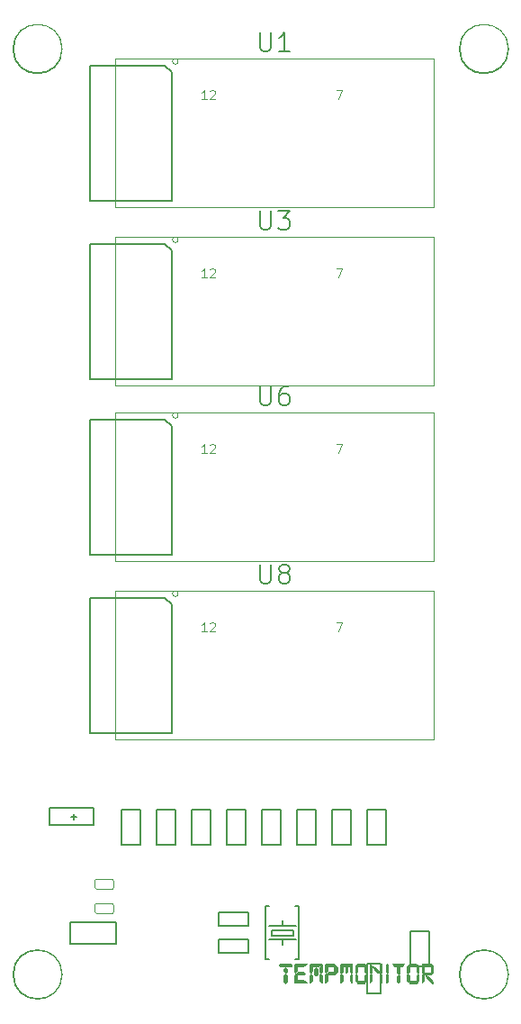
<source format=gto>
G04 #@! TF.FileFunction,Legend,Top*
%FSLAX46Y46*%
G04 Gerber Fmt 4.6, Leading zero omitted, Abs format (unit mm)*
G04 Created by KiCad (PCBNEW 4.0.2-stable) date 16-09-23 19:28:55*
%MOMM*%
G01*
G04 APERTURE LIST*
%ADD10C,0.100000*%
%ADD11C,0.010000*%
%ADD12C,0.127000*%
%ADD13C,0.076200*%
%ADD14C,0.150000*%
%ADD15C,0.152400*%
%ADD16C,0.066040*%
%ADD17C,0.177800*%
%ADD18C,4.464000*%
%ADD19R,2.051000X2.051000*%
%ADD20C,2.051000*%
G04 APERTURE END LIST*
D10*
D11*
G36*
X144439347Y-135050954D02*
X144439347Y-135670647D01*
X144373147Y-135736799D01*
X144306948Y-135802952D01*
X144240795Y-135736753D01*
X144174643Y-135670553D01*
X144174643Y-135115048D01*
X144338943Y-134950672D01*
X144439347Y-135050954D01*
X144439347Y-135050954D01*
G37*
X144439347Y-135050954D02*
X144439347Y-135670647D01*
X144373147Y-135736799D01*
X144306948Y-135802952D01*
X144240795Y-135736753D01*
X144174643Y-135670553D01*
X144174643Y-135115048D01*
X144338943Y-134950672D01*
X144439347Y-135050954D01*
G36*
X151786719Y-135662600D02*
X151833420Y-135711323D01*
X151787741Y-135757137D01*
X151742061Y-135802952D01*
X151113134Y-135802952D01*
X151068321Y-135756398D01*
X151023509Y-135709845D01*
X151069584Y-135661861D01*
X151115658Y-135613877D01*
X151740017Y-135613877D01*
X151786719Y-135662600D01*
X151786719Y-135662600D01*
G37*
X151786719Y-135662600D02*
X151833420Y-135711323D01*
X151787741Y-135757137D01*
X151742061Y-135802952D01*
X151113134Y-135802952D01*
X151068321Y-135756398D01*
X151023509Y-135709845D01*
X151069584Y-135661861D01*
X151115658Y-135613877D01*
X151740017Y-135613877D01*
X151786719Y-135662600D01*
G36*
X153930341Y-134980988D02*
X153965802Y-135017427D01*
X153965802Y-135710547D01*
X153918883Y-135756022D01*
X153905269Y-135769173D01*
X153893044Y-135780898D01*
X153882827Y-135790610D01*
X153875236Y-135797722D01*
X153870891Y-135801650D01*
X153870134Y-135802233D01*
X153867642Y-135800480D01*
X153861673Y-135795161D01*
X153852837Y-135786853D01*
X153841742Y-135776133D01*
X153828997Y-135763578D01*
X153822516Y-135757113D01*
X153776727Y-135711257D01*
X153776727Y-135062598D01*
X153894881Y-134944550D01*
X153930341Y-134980988D01*
X153930341Y-134980988D01*
G37*
X153930341Y-134980988D02*
X153965802Y-135017427D01*
X153965802Y-135710547D01*
X153918883Y-135756022D01*
X153905269Y-135769173D01*
X153893044Y-135780898D01*
X153882827Y-135790610D01*
X153875236Y-135797722D01*
X153870891Y-135801650D01*
X153870134Y-135802233D01*
X153867642Y-135800480D01*
X153861673Y-135795161D01*
X153852837Y-135786853D01*
X153841742Y-135776133D01*
X153828997Y-135763578D01*
X153822516Y-135757113D01*
X153776727Y-135711257D01*
X153776727Y-135062598D01*
X153894881Y-134944550D01*
X153930341Y-134980988D01*
G36*
X154992613Y-135074278D02*
X155027528Y-135109102D01*
X155027528Y-135709770D01*
X154980717Y-135755634D01*
X154967147Y-135768879D01*
X154954950Y-135780691D01*
X154944742Y-135790479D01*
X154937139Y-135797655D01*
X154932757Y-135801631D01*
X154931968Y-135802233D01*
X154929445Y-135800479D01*
X154923447Y-135795159D01*
X154914586Y-135786849D01*
X154903473Y-135776127D01*
X154890717Y-135763570D01*
X154884242Y-135757113D01*
X154838454Y-135711257D01*
X154838454Y-135158590D01*
X154898076Y-135099022D01*
X154957697Y-135039453D01*
X154992613Y-135074278D01*
X154992613Y-135074278D01*
G37*
X154992613Y-135074278D02*
X155027528Y-135109102D01*
X155027528Y-135709770D01*
X154980717Y-135755634D01*
X154967147Y-135768879D01*
X154954950Y-135780691D01*
X154944742Y-135790479D01*
X154937139Y-135797655D01*
X154932757Y-135801631D01*
X154931968Y-135802233D01*
X154929445Y-135800479D01*
X154923447Y-135795159D01*
X154914586Y-135786849D01*
X154903473Y-135776127D01*
X154890717Y-135763570D01*
X154884242Y-135757113D01*
X154838454Y-135711257D01*
X154838454Y-135158590D01*
X154898076Y-135099022D01*
X154957697Y-135039453D01*
X154992613Y-135074278D01*
G36*
X156673873Y-135662258D02*
X156721090Y-135710640D01*
X156628914Y-135802952D01*
X156003376Y-135802952D01*
X155957146Y-135756653D01*
X155910915Y-135710354D01*
X155957153Y-135662116D01*
X156003391Y-135613877D01*
X156626656Y-135613877D01*
X156673873Y-135662258D01*
X156673873Y-135662258D01*
G37*
X156673873Y-135662258D02*
X156721090Y-135710640D01*
X156628914Y-135802952D01*
X156003376Y-135802952D01*
X155957146Y-135756653D01*
X155910915Y-135710354D01*
X155957153Y-135662116D01*
X156003391Y-135613877D01*
X156626656Y-135613877D01*
X156673873Y-135662258D01*
G36*
X157928427Y-135362020D02*
X158235980Y-135671570D01*
X158235980Y-135802952D01*
X158166895Y-135802832D01*
X158097810Y-135802713D01*
X157791655Y-135494785D01*
X157485499Y-135186858D01*
X157485499Y-135052471D01*
X157620875Y-135052471D01*
X157928427Y-135362020D01*
X157928427Y-135362020D01*
G37*
X157928427Y-135362020D02*
X158235980Y-135671570D01*
X158235980Y-135802952D01*
X158166895Y-135802832D01*
X158097810Y-135802713D01*
X157791655Y-135494785D01*
X157485499Y-135186858D01*
X157485499Y-135052471D01*
X157620875Y-135052471D01*
X157928427Y-135362020D01*
G36*
X149698532Y-135062598D02*
X149698532Y-135612456D01*
X149603994Y-135706960D01*
X149509457Y-135801464D01*
X149509519Y-135016110D01*
X149544988Y-134980369D01*
X149580456Y-134944628D01*
X149698532Y-135062598D01*
X149698532Y-135062598D01*
G37*
X149698532Y-135062598D02*
X149698532Y-135612456D01*
X149603994Y-135706960D01*
X149509457Y-135801464D01*
X149509519Y-135016110D01*
X149544988Y-134980369D01*
X149580456Y-134944628D01*
X149698532Y-135062598D01*
G36*
X150545902Y-134980258D02*
X150579761Y-135016110D01*
X150579836Y-135408076D01*
X150579836Y-135455326D01*
X150579819Y-135500946D01*
X150579786Y-135544603D01*
X150579737Y-135585961D01*
X150579674Y-135624684D01*
X150579598Y-135660437D01*
X150579510Y-135692884D01*
X150579410Y-135721689D01*
X150579299Y-135746519D01*
X150579180Y-135767035D01*
X150579051Y-135782905D01*
X150578916Y-135793791D01*
X150578773Y-135799358D01*
X150578702Y-135800043D01*
X150576481Y-135798032D01*
X150570606Y-135792276D01*
X150561488Y-135783190D01*
X150549540Y-135771188D01*
X150535174Y-135756686D01*
X150518801Y-135740098D01*
X150500834Y-135721840D01*
X150485619Y-135706338D01*
X150393745Y-135612634D01*
X150393745Y-135062598D01*
X150452894Y-135003502D01*
X150512042Y-134944406D01*
X150545902Y-134980258D01*
X150545902Y-134980258D01*
G37*
X150545902Y-134980258D02*
X150579761Y-135016110D01*
X150579836Y-135408076D01*
X150579836Y-135455326D01*
X150579819Y-135500946D01*
X150579786Y-135544603D01*
X150579737Y-135585961D01*
X150579674Y-135624684D01*
X150579598Y-135660437D01*
X150579510Y-135692884D01*
X150579410Y-135721689D01*
X150579299Y-135746519D01*
X150579180Y-135767035D01*
X150579051Y-135782905D01*
X150578916Y-135793791D01*
X150578773Y-135799358D01*
X150578702Y-135800043D01*
X150576481Y-135798032D01*
X150570606Y-135792276D01*
X150561488Y-135783190D01*
X150549540Y-135771188D01*
X150535174Y-135756686D01*
X150518801Y-135740098D01*
X150500834Y-135721840D01*
X150485619Y-135706338D01*
X150393745Y-135612634D01*
X150393745Y-135062598D01*
X150452894Y-135003502D01*
X150512042Y-134944406D01*
X150545902Y-134980258D01*
G36*
X152405072Y-135005350D02*
X152464688Y-135065560D01*
X152464840Y-135612456D01*
X152370302Y-135706960D01*
X152275765Y-135801464D01*
X152275943Y-135016110D01*
X152310700Y-134980625D01*
X152345456Y-134945139D01*
X152405072Y-135005350D01*
X152405072Y-135005350D01*
G37*
X152405072Y-135005350D02*
X152464688Y-135065560D01*
X152464840Y-135612456D01*
X152370302Y-135706960D01*
X152275765Y-135801464D01*
X152275943Y-135016110D01*
X152310700Y-134980625D01*
X152345456Y-134945139D01*
X152405072Y-135005350D01*
G36*
X153346239Y-135016820D02*
X153345502Y-135408856D01*
X153344764Y-135800892D01*
X153252408Y-135707103D01*
X153160053Y-135613314D01*
X153160053Y-135062598D01*
X153278325Y-134944432D01*
X153346239Y-135016820D01*
X153346239Y-135016820D01*
G37*
X153346239Y-135016820D02*
X153345502Y-135408856D01*
X153344764Y-135800892D01*
X153252408Y-135707103D01*
X153160053Y-135613314D01*
X153160053Y-135062598D01*
X153278325Y-134944432D01*
X153346239Y-135016820D01*
G36*
X157292823Y-135003781D02*
X157351692Y-135062704D01*
X157351692Y-135612456D01*
X157162618Y-135801464D01*
X157162618Y-135016023D01*
X157198285Y-134980441D01*
X157233953Y-134944859D01*
X157292823Y-135003781D01*
X157292823Y-135003781D01*
G37*
X157292823Y-135003781D02*
X157351692Y-135062704D01*
X157351692Y-135612456D01*
X157162618Y-135801464D01*
X157162618Y-135016023D01*
X157198285Y-134980441D01*
X157233953Y-134944859D01*
X157292823Y-135003781D01*
G36*
X146308253Y-135794225D02*
X145229121Y-135794225D01*
X145361450Y-135661873D01*
X145493778Y-135529521D01*
X146043597Y-135529521D01*
X146308253Y-135794225D01*
X146308253Y-135794225D01*
G37*
X146308253Y-135794225D02*
X145229121Y-135794225D01*
X145361450Y-135661873D01*
X145493778Y-135529521D01*
X146043597Y-135529521D01*
X146308253Y-135794225D01*
G36*
X146796261Y-135034315D02*
X146879865Y-135117957D01*
X146879865Y-135528090D01*
X146747512Y-135660418D01*
X146615160Y-135792747D01*
X146615160Y-135048043D01*
X146663908Y-134999358D01*
X146712656Y-134950674D01*
X146796261Y-135034315D01*
X146796261Y-135034315D01*
G37*
X146796261Y-135034315D02*
X146879865Y-135117957D01*
X146879865Y-135528090D01*
X146747512Y-135660418D01*
X146615160Y-135792747D01*
X146615160Y-135048043D01*
X146663908Y-134999358D01*
X146712656Y-134950674D01*
X146796261Y-135034315D01*
G36*
X147749631Y-135051099D02*
X147748892Y-135421220D01*
X147748154Y-135791341D01*
X147616529Y-135659692D01*
X147484904Y-135528042D01*
X147484904Y-135114972D01*
X147567103Y-135032811D01*
X147649303Y-134950649D01*
X147749631Y-135051099D01*
X147749631Y-135051099D01*
G37*
X147749631Y-135051099D02*
X147748892Y-135421220D01*
X147748154Y-135791341D01*
X147616529Y-135659692D01*
X147484904Y-135528042D01*
X147484904Y-135114972D01*
X147567103Y-135032811D01*
X147649303Y-134950649D01*
X147749631Y-135051099D01*
G36*
X148316832Y-135115048D02*
X148316832Y-135528090D01*
X148184480Y-135660418D01*
X148052128Y-135792747D01*
X148052128Y-135050954D01*
X148152532Y-134950672D01*
X148316832Y-135115048D01*
X148316832Y-135115048D01*
G37*
X148316832Y-135115048D02*
X148316832Y-135528090D01*
X148184480Y-135660418D01*
X148052128Y-135792747D01*
X148052128Y-135050954D01*
X148152532Y-134950672D01*
X148316832Y-135115048D01*
G36*
X145439988Y-135114972D02*
X145439988Y-135478640D01*
X145309091Y-135609514D01*
X145178193Y-135740387D01*
X145178193Y-135048170D01*
X145226890Y-134999409D01*
X145275588Y-134950648D01*
X145439988Y-135114972D01*
X145439988Y-135114972D01*
G37*
X145439988Y-135114972D02*
X145439988Y-135478640D01*
X145309091Y-135609514D01*
X145178193Y-135740387D01*
X145178193Y-135048170D01*
X145226890Y-134999409D01*
X145275588Y-134950648D01*
X145439988Y-135114972D01*
G36*
X151022518Y-135004938D02*
X151083140Y-135065509D01*
X151083140Y-135574672D01*
X150985630Y-135672056D01*
X150938393Y-135624754D01*
X150891157Y-135577452D01*
X150891157Y-135018974D01*
X150961897Y-134944368D01*
X151022518Y-135004938D01*
X151022518Y-135004938D01*
G37*
X151022518Y-135004938D02*
X151083140Y-135065509D01*
X151083140Y-135574672D01*
X150985630Y-135672056D01*
X150938393Y-135624754D01*
X150891157Y-135577452D01*
X150891157Y-135018974D01*
X150961897Y-134944368D01*
X151022518Y-135004938D01*
G36*
X151930384Y-134981762D02*
X151964519Y-135018717D01*
X151964519Y-135577583D01*
X151917106Y-135624930D01*
X151869694Y-135672277D01*
X151775444Y-135576491D01*
X151775444Y-135065509D01*
X151896248Y-134944807D01*
X151930384Y-134981762D01*
X151930384Y-134981762D01*
G37*
X151930384Y-134981762D02*
X151964519Y-135018717D01*
X151964519Y-135577583D01*
X151917106Y-135624930D01*
X151869694Y-135672277D01*
X151775444Y-135576491D01*
X151775444Y-135065509D01*
X151896248Y-134944807D01*
X151930384Y-134981762D01*
G36*
X155909534Y-135005100D02*
X155969993Y-135065509D01*
X155969993Y-135577583D01*
X155922692Y-135624818D01*
X155909135Y-135638285D01*
X155896944Y-135650256D01*
X155886720Y-135660156D01*
X155879061Y-135667405D01*
X155874568Y-135671427D01*
X155873658Y-135672054D01*
X155871216Y-135670065D01*
X155865312Y-135664486D01*
X155856537Y-135655901D01*
X155845484Y-135644891D01*
X155832744Y-135632040D01*
X155824967Y-135624127D01*
X155778009Y-135576199D01*
X155778009Y-135020002D01*
X155813542Y-134982347D01*
X155849074Y-134944692D01*
X155909534Y-135005100D01*
X155909534Y-135005100D01*
G37*
X155909534Y-135005100D02*
X155969993Y-135065509D01*
X155969993Y-135577583D01*
X155922692Y-135624818D01*
X155909135Y-135638285D01*
X155896944Y-135650256D01*
X155886720Y-135660156D01*
X155879061Y-135667405D01*
X155874568Y-135671427D01*
X155873658Y-135672054D01*
X155871216Y-135670065D01*
X155865312Y-135664486D01*
X155856537Y-135655901D01*
X155845484Y-135644891D01*
X155832744Y-135632040D01*
X155824967Y-135624127D01*
X155778009Y-135576199D01*
X155778009Y-135020002D01*
X155813542Y-134982347D01*
X155849074Y-134944692D01*
X155909534Y-135005100D01*
G36*
X156851372Y-135017539D02*
X156851372Y-135576655D01*
X156805979Y-135623627D01*
X156792779Y-135637224D01*
X156780888Y-135649353D01*
X156770913Y-135659404D01*
X156763459Y-135666770D01*
X156759133Y-135670842D01*
X156758342Y-135671450D01*
X156755771Y-135669688D01*
X156749801Y-135664283D01*
X156741032Y-135655818D01*
X156730061Y-135644877D01*
X156717488Y-135632044D01*
X156710651Y-135624958D01*
X156665206Y-135577616D01*
X156665206Y-135062598D01*
X156724285Y-135003572D01*
X156783364Y-134944545D01*
X156851372Y-135017539D01*
X156851372Y-135017539D01*
G37*
X156851372Y-135017539D02*
X156851372Y-135576655D01*
X156805979Y-135623627D01*
X156792779Y-135637224D01*
X156780888Y-135649353D01*
X156770913Y-135659404D01*
X156763459Y-135666770D01*
X156759133Y-135670842D01*
X156758342Y-135671450D01*
X156755771Y-135669688D01*
X156749801Y-135664283D01*
X156741032Y-135655818D01*
X156730061Y-135644877D01*
X156717488Y-135632044D01*
X156710651Y-135624958D01*
X156665206Y-135577616D01*
X156665206Y-135062598D01*
X156724285Y-135003572D01*
X156783364Y-134944545D01*
X156851372Y-135017539D01*
G36*
X147324917Y-134463382D02*
X147324917Y-134988948D01*
X147260196Y-135055592D01*
X147244399Y-135071813D01*
X147229905Y-135086609D01*
X147217207Y-135099484D01*
X147206798Y-135109942D01*
X147199171Y-135117486D01*
X147194819Y-135121619D01*
X147193996Y-135122260D01*
X147191661Y-135120283D01*
X147185716Y-135114663D01*
X147176653Y-135105882D01*
X147164965Y-135094421D01*
X147151145Y-135080763D01*
X147135683Y-135065390D01*
X147124911Y-135054630D01*
X147057304Y-134986976D01*
X147057304Y-134466277D01*
X147107482Y-134416827D01*
X147122744Y-134401810D01*
X147137770Y-134387072D01*
X147151691Y-134373461D01*
X147163636Y-134361827D01*
X147172736Y-134353020D01*
X147175873Y-134350012D01*
X147194087Y-134332648D01*
X147324917Y-134463382D01*
X147324917Y-134463382D01*
G37*
X147324917Y-134463382D02*
X147324917Y-134988948D01*
X147260196Y-135055592D01*
X147244399Y-135071813D01*
X147229905Y-135086609D01*
X147217207Y-135099484D01*
X147206798Y-135109942D01*
X147199171Y-135117486D01*
X147194819Y-135121619D01*
X147193996Y-135122260D01*
X147191661Y-135120283D01*
X147185716Y-135114663D01*
X147176653Y-135105882D01*
X147164965Y-135094421D01*
X147151145Y-135080763D01*
X147135683Y-135065390D01*
X147124911Y-135054630D01*
X147057304Y-134986976D01*
X147057304Y-134466277D01*
X147107482Y-134416827D01*
X147122744Y-134401810D01*
X147137770Y-134387072D01*
X147151691Y-134373461D01*
X147163636Y-134361827D01*
X147172736Y-134353020D01*
X147175873Y-134350012D01*
X147194087Y-134332648D01*
X147324917Y-134463382D01*
G36*
X146095229Y-134830695D02*
X146161381Y-134896895D01*
X146095182Y-134963047D01*
X146028982Y-135029200D01*
X145461757Y-135029200D01*
X145395605Y-134963000D01*
X145329452Y-134896801D01*
X145395652Y-134830648D01*
X145461851Y-134764495D01*
X146029076Y-134764495D01*
X146095229Y-134830695D01*
X146095229Y-134830695D01*
G37*
X146095229Y-134830695D02*
X146161381Y-134896895D01*
X146095182Y-134963047D01*
X146028982Y-135029200D01*
X145461757Y-135029200D01*
X145395605Y-134963000D01*
X145329452Y-134896801D01*
X145395652Y-134830648D01*
X145461851Y-134764495D01*
X146029076Y-134764495D01*
X146095229Y-134830695D01*
G36*
X148972073Y-134830695D02*
X149038225Y-134896895D01*
X148972026Y-134963047D01*
X148905826Y-135029200D01*
X148335691Y-135029200D01*
X148270290Y-134963751D01*
X148204890Y-134898302D01*
X148271745Y-134831398D01*
X148338601Y-134764495D01*
X148905920Y-134764495D01*
X148972073Y-134830695D01*
X148972073Y-134830695D01*
G37*
X148972073Y-134830695D02*
X149038225Y-134896895D01*
X148972026Y-134963047D01*
X148905826Y-135029200D01*
X148335691Y-135029200D01*
X148270290Y-134963751D01*
X148204890Y-134898302D01*
X148271745Y-134831398D01*
X148338601Y-134764495D01*
X148905920Y-134764495D01*
X148972073Y-134830695D01*
G36*
X158033816Y-134814190D02*
X158081766Y-134861088D01*
X158129717Y-134907986D01*
X158081766Y-134954020D01*
X158033816Y-135000054D01*
X157697810Y-135000083D01*
X157361805Y-135000112D01*
X157316025Y-134954264D01*
X157270245Y-134908417D01*
X157317546Y-134861181D01*
X157364846Y-134813946D01*
X158033816Y-134814190D01*
X158033816Y-134814190D01*
G37*
X158033816Y-134814190D02*
X158081766Y-134861088D01*
X158129717Y-134907986D01*
X158081766Y-134954020D01*
X158033816Y-135000054D01*
X157697810Y-135000083D01*
X157361805Y-135000112D01*
X157316025Y-134954264D01*
X157270245Y-134908417D01*
X157317546Y-134861181D01*
X157364846Y-134813946D01*
X158033816Y-134814190D01*
G36*
X154979270Y-134286265D02*
X155027484Y-134332533D01*
X155027506Y-134614758D01*
X155027528Y-134896984D01*
X155004985Y-134918764D01*
X154993970Y-134929347D01*
X154982889Y-134939895D01*
X154973395Y-134948840D01*
X154969352Y-134952596D01*
X154956262Y-134964648D01*
X154838454Y-134850026D01*
X154838454Y-134332464D01*
X154931056Y-134239998D01*
X154979270Y-134286265D01*
X154979270Y-134286265D01*
G37*
X154979270Y-134286265D02*
X155027484Y-134332533D01*
X155027506Y-134614758D01*
X155027528Y-134896984D01*
X155004985Y-134918764D01*
X154993970Y-134929347D01*
X154982889Y-134939895D01*
X154973395Y-134948840D01*
X154969352Y-134952596D01*
X154956262Y-134964648D01*
X154838454Y-134850026D01*
X154838454Y-134332464D01*
X154931056Y-134239998D01*
X154979270Y-134286265D01*
G36*
X149603973Y-134142073D02*
X149698489Y-134236541D01*
X149698510Y-134494000D01*
X149698532Y-134751459D01*
X149639602Y-134810336D01*
X149624437Y-134825438D01*
X149610616Y-134839107D01*
X149598669Y-134850826D01*
X149589125Y-134860080D01*
X149582515Y-134866352D01*
X149579369Y-134869124D01*
X149579198Y-134869214D01*
X149576757Y-134867258D01*
X149570937Y-134861844D01*
X149562446Y-134853655D01*
X149551993Y-134843370D01*
X149543590Y-134834991D01*
X149509457Y-134800769D01*
X149509457Y-134047606D01*
X149603973Y-134142073D01*
X149603973Y-134142073D01*
G37*
X149603973Y-134142073D02*
X149698489Y-134236541D01*
X149698510Y-134494000D01*
X149698532Y-134751459D01*
X149639602Y-134810336D01*
X149624437Y-134825438D01*
X149610616Y-134839107D01*
X149598669Y-134850826D01*
X149589125Y-134860080D01*
X149582515Y-134866352D01*
X149579369Y-134869124D01*
X149579198Y-134869214D01*
X149576757Y-134867258D01*
X149570937Y-134861844D01*
X149562446Y-134853655D01*
X149551993Y-134843370D01*
X149543590Y-134834991D01*
X149509457Y-134800769D01*
X149509457Y-134047606D01*
X149603973Y-134142073D01*
G36*
X150140676Y-134346125D02*
X150140676Y-134774742D01*
X150093375Y-134821978D01*
X150079821Y-134835444D01*
X150067637Y-134847415D01*
X150057424Y-134857314D01*
X150049778Y-134864563D01*
X150045299Y-134868586D01*
X150044398Y-134869214D01*
X150041968Y-134867229D01*
X150036067Y-134861663D01*
X150027288Y-134853097D01*
X150016223Y-134842114D01*
X150003465Y-134829293D01*
X149995707Y-134821432D01*
X149948692Y-134773651D01*
X149948692Y-134347011D01*
X150043438Y-134252395D01*
X150140676Y-134346125D01*
X150140676Y-134346125D01*
G37*
X150140676Y-134346125D02*
X150140676Y-134774742D01*
X150093375Y-134821978D01*
X150079821Y-134835444D01*
X150067637Y-134847415D01*
X150057424Y-134857314D01*
X150049778Y-134864563D01*
X150045299Y-134868586D01*
X150044398Y-134869214D01*
X150041968Y-134867229D01*
X150036067Y-134861663D01*
X150027288Y-134853097D01*
X150016223Y-134842114D01*
X150003465Y-134829293D01*
X149995707Y-134821432D01*
X149948692Y-134773651D01*
X149948692Y-134347011D01*
X150043438Y-134252395D01*
X150140676Y-134346125D01*
G36*
X150579911Y-134799909D02*
X150547435Y-134834562D01*
X150536445Y-134846182D01*
X150526830Y-134856144D01*
X150519291Y-134863739D01*
X150514528Y-134868259D01*
X150513230Y-134869214D01*
X150510810Y-134867235D01*
X150504823Y-134861645D01*
X150495802Y-134852961D01*
X150484279Y-134841700D01*
X150470785Y-134828379D01*
X150455854Y-134813516D01*
X150452622Y-134810284D01*
X150393745Y-134751354D01*
X150393745Y-134236507D01*
X150579911Y-134050409D01*
X150579911Y-134799909D01*
X150579911Y-134799909D01*
G37*
X150579911Y-134799909D02*
X150547435Y-134834562D01*
X150536445Y-134846182D01*
X150526830Y-134856144D01*
X150519291Y-134863739D01*
X150514528Y-134868259D01*
X150513230Y-134869214D01*
X150510810Y-134867235D01*
X150504823Y-134861645D01*
X150495802Y-134852961D01*
X150484279Y-134841700D01*
X150470785Y-134828379D01*
X150455854Y-134813516D01*
X150452622Y-134810284D01*
X150393745Y-134751354D01*
X150393745Y-134236507D01*
X150579911Y-134050409D01*
X150579911Y-134799909D01*
G36*
X151083140Y-134239385D02*
X151083140Y-134748549D01*
X151022747Y-134808890D01*
X150962354Y-134869232D01*
X150926755Y-134833548D01*
X150891157Y-134797863D01*
X150891157Y-134239090D01*
X150938167Y-134190321D01*
X150985178Y-134141551D01*
X151083140Y-134239385D01*
X151083140Y-134239385D01*
G37*
X151083140Y-134239385D02*
X151083140Y-134748549D01*
X151022747Y-134808890D01*
X150962354Y-134869232D01*
X150926755Y-134833548D01*
X150891157Y-134797863D01*
X150891157Y-134239090D01*
X150938167Y-134190321D01*
X150985178Y-134141551D01*
X151083140Y-134239385D01*
G36*
X151917250Y-134190097D02*
X151964519Y-134239018D01*
X151964519Y-134799966D01*
X151896161Y-134869490D01*
X151835803Y-134809329D01*
X151775444Y-134749167D01*
X151775444Y-134240195D01*
X151869982Y-134141175D01*
X151917250Y-134190097D01*
X151917250Y-134190097D01*
G37*
X151917250Y-134190097D02*
X151964519Y-134239018D01*
X151964519Y-134799966D01*
X151896161Y-134869490D01*
X151835803Y-134809329D01*
X151775444Y-134749167D01*
X151775444Y-134240195D01*
X151869982Y-134141175D01*
X151917250Y-134190097D01*
G36*
X152370302Y-134107097D02*
X152464840Y-134201601D01*
X152464840Y-134751459D01*
X152405910Y-134810336D01*
X152390745Y-134825438D01*
X152376924Y-134839107D01*
X152364977Y-134850826D01*
X152355433Y-134860080D01*
X152348823Y-134866352D01*
X152345676Y-134869124D01*
X152345506Y-134869214D01*
X152343065Y-134867258D01*
X152337244Y-134861844D01*
X152328753Y-134853655D01*
X152318300Y-134843370D01*
X152309898Y-134834991D01*
X152275765Y-134800769D01*
X152275765Y-134012594D01*
X152370302Y-134107097D01*
X152370302Y-134107097D01*
G37*
X152370302Y-134107097D02*
X152464840Y-134201601D01*
X152464840Y-134751459D01*
X152405910Y-134810336D01*
X152390745Y-134825438D01*
X152376924Y-134839107D01*
X152364977Y-134850826D01*
X152355433Y-134860080D01*
X152348823Y-134866352D01*
X152345676Y-134869124D01*
X152345506Y-134869214D01*
X152343065Y-134867258D01*
X152337244Y-134861844D01*
X152328753Y-134853655D01*
X152318300Y-134843370D01*
X152309898Y-134834991D01*
X152275765Y-134800769D01*
X152275765Y-134012594D01*
X152370302Y-134107097D01*
G36*
X153346218Y-134799860D02*
X153313494Y-134834505D01*
X153302456Y-134846102D01*
X153292824Y-134856054D01*
X153285294Y-134863654D01*
X153280561Y-134868198D01*
X153279288Y-134869183D01*
X153276933Y-134867213D01*
X153271007Y-134861633D01*
X153262040Y-134852959D01*
X153250561Y-134841708D01*
X153237100Y-134828396D01*
X153222186Y-134813540D01*
X153218930Y-134810284D01*
X153160053Y-134751354D01*
X153160207Y-134476494D01*
X153160360Y-134201635D01*
X153253256Y-134107097D01*
X153346152Y-134012560D01*
X153346218Y-134799860D01*
X153346218Y-134799860D01*
G37*
X153346218Y-134799860D02*
X153313494Y-134834505D01*
X153302456Y-134846102D01*
X153292824Y-134856054D01*
X153285294Y-134863654D01*
X153280561Y-134868198D01*
X153279288Y-134869183D01*
X153276933Y-134867213D01*
X153271007Y-134861633D01*
X153262040Y-134852959D01*
X153250561Y-134841708D01*
X153237100Y-134828396D01*
X153222186Y-134813540D01*
X153218930Y-134810284D01*
X153160053Y-134751354D01*
X153160207Y-134476494D01*
X153160360Y-134201635D01*
X153253256Y-134107097D01*
X153346152Y-134012560D01*
X153346218Y-134799860D01*
G36*
X153917640Y-134057658D02*
X153965802Y-134105266D01*
X153965802Y-134800769D01*
X153931668Y-134834991D01*
X153920232Y-134846369D01*
X153910239Y-134856146D01*
X153902399Y-134863640D01*
X153897422Y-134868170D01*
X153896008Y-134869214D01*
X153893641Y-134867236D01*
X153887704Y-134861648D01*
X153878726Y-134852967D01*
X153867239Y-134841709D01*
X153853771Y-134828393D01*
X153838854Y-134813534D01*
X153835604Y-134810284D01*
X153776727Y-134751354D01*
X153776727Y-134102666D01*
X153823102Y-134056358D01*
X153869478Y-134010051D01*
X153917640Y-134057658D01*
X153917640Y-134057658D01*
G37*
X153917640Y-134057658D02*
X153965802Y-134105266D01*
X153965802Y-134800769D01*
X153931668Y-134834991D01*
X153920232Y-134846369D01*
X153910239Y-134856146D01*
X153902399Y-134863640D01*
X153897422Y-134868170D01*
X153896008Y-134869214D01*
X153893641Y-134867236D01*
X153887704Y-134861648D01*
X153878726Y-134852967D01*
X153867239Y-134841709D01*
X153853771Y-134828393D01*
X153838854Y-134813534D01*
X153835604Y-134810284D01*
X153776727Y-134751354D01*
X153776727Y-134102666D01*
X153823102Y-134056358D01*
X153869478Y-134010051D01*
X153917640Y-134057658D01*
G36*
X155921079Y-134190535D02*
X155969993Y-134239385D01*
X155969993Y-134751459D01*
X155911063Y-134810336D01*
X155895898Y-134825438D01*
X155882078Y-134839107D01*
X155870131Y-134850826D01*
X155860588Y-134860080D01*
X155853978Y-134866352D01*
X155850832Y-134869124D01*
X155850661Y-134869214D01*
X155848228Y-134867256D01*
X155842398Y-134861828D01*
X155833865Y-134853596D01*
X155823320Y-134843227D01*
X155813599Y-134833538D01*
X155778009Y-134797863D01*
X155778009Y-134240276D01*
X155825088Y-134190981D01*
X155872166Y-134141685D01*
X155921079Y-134190535D01*
X155921079Y-134190535D01*
G37*
X155921079Y-134190535D02*
X155969993Y-134239385D01*
X155969993Y-134751459D01*
X155911063Y-134810336D01*
X155895898Y-134825438D01*
X155882078Y-134839107D01*
X155870131Y-134850826D01*
X155860588Y-134860080D01*
X155853978Y-134866352D01*
X155850832Y-134869124D01*
X155850661Y-134869214D01*
X155848228Y-134867256D01*
X155842398Y-134861828D01*
X155833865Y-134853596D01*
X155823320Y-134843227D01*
X155813599Y-134833538D01*
X155778009Y-134797863D01*
X155778009Y-134240276D01*
X155825088Y-134190981D01*
X155872166Y-134141685D01*
X155921079Y-134190535D01*
G36*
X156804103Y-134189340D02*
X156851372Y-134236475D01*
X156851340Y-134518665D01*
X156851307Y-134800856D01*
X156817411Y-134835035D01*
X156806125Y-134846399D01*
X156796397Y-134856164D01*
X156788908Y-134863648D01*
X156784339Y-134868172D01*
X156783238Y-134869214D01*
X156781196Y-134867241D01*
X156775561Y-134861665D01*
X156766851Y-134853002D01*
X156755582Y-134841768D01*
X156742273Y-134828476D01*
X156727440Y-134813643D01*
X156724083Y-134810284D01*
X156665206Y-134751354D01*
X156665206Y-134237508D01*
X156711020Y-134189857D01*
X156756835Y-134142205D01*
X156804103Y-134189340D01*
X156804103Y-134189340D01*
G37*
X156804103Y-134189340D02*
X156851372Y-134236475D01*
X156851340Y-134518665D01*
X156851307Y-134800856D01*
X156817411Y-134835035D01*
X156806125Y-134846399D01*
X156796397Y-134856164D01*
X156788908Y-134863648D01*
X156784339Y-134868172D01*
X156783238Y-134869214D01*
X156781196Y-134867241D01*
X156775561Y-134861665D01*
X156766851Y-134853002D01*
X156755582Y-134841768D01*
X156742273Y-134828476D01*
X156727440Y-134813643D01*
X156724083Y-134810284D01*
X156665206Y-134751354D01*
X156665206Y-134237508D01*
X156711020Y-134189857D01*
X156756835Y-134142205D01*
X156804103Y-134189340D01*
G36*
X157257155Y-134142003D02*
X157351692Y-134236507D01*
X157351692Y-134751459D01*
X157292762Y-134810336D01*
X157277598Y-134825438D01*
X157263777Y-134839107D01*
X157251830Y-134850826D01*
X157242286Y-134860080D01*
X157235676Y-134866352D01*
X157232529Y-134869124D01*
X157232359Y-134869214D01*
X157229918Y-134867258D01*
X157224097Y-134861844D01*
X157215606Y-134853655D01*
X157205153Y-134843370D01*
X157196751Y-134834991D01*
X157162618Y-134800769D01*
X157162618Y-134047500D01*
X157257155Y-134142003D01*
X157257155Y-134142003D01*
G37*
X157257155Y-134142003D02*
X157351692Y-134236507D01*
X157351692Y-134751459D01*
X157292762Y-134810336D01*
X157277598Y-134825438D01*
X157263777Y-134839107D01*
X157251830Y-134850826D01*
X157242286Y-134860080D01*
X157235676Y-134866352D01*
X157232529Y-134869124D01*
X157232359Y-134869214D01*
X157229918Y-134867258D01*
X157224097Y-134861844D01*
X157215606Y-134853655D01*
X157205153Y-134843370D01*
X157196751Y-134834991D01*
X157162618Y-134800769D01*
X157162618Y-134047500D01*
X157257155Y-134142003D01*
G36*
X158188421Y-134190552D02*
X158235679Y-134239450D01*
X158235755Y-134518698D01*
X158235831Y-134797947D01*
X158202177Y-134833580D01*
X158190946Y-134845356D01*
X158181073Y-134855491D01*
X158173252Y-134863287D01*
X158168179Y-134868051D01*
X158166592Y-134869214D01*
X158164119Y-134867235D01*
X158158083Y-134861643D01*
X158149019Y-134852955D01*
X158137461Y-134841691D01*
X158123942Y-134828366D01*
X158108997Y-134813498D01*
X158105783Y-134810284D01*
X158046906Y-134751354D01*
X158046906Y-134237858D01*
X158141164Y-134141654D01*
X158188421Y-134190552D01*
X158188421Y-134190552D01*
G37*
X158188421Y-134190552D02*
X158235679Y-134239450D01*
X158235755Y-134518698D01*
X158235831Y-134797947D01*
X158202177Y-134833580D01*
X158190946Y-134845356D01*
X158181073Y-134855491D01*
X158173252Y-134863287D01*
X158168179Y-134868051D01*
X158166592Y-134869214D01*
X158164119Y-134867235D01*
X158158083Y-134861643D01*
X158149019Y-134852955D01*
X158137461Y-134841691D01*
X158123942Y-134828366D01*
X158108997Y-134813498D01*
X158105783Y-134810284D01*
X158046906Y-134751354D01*
X158046906Y-134237858D01*
X158141164Y-134141654D01*
X158188421Y-134190552D01*
G36*
X144373194Y-134408913D02*
X144439347Y-134475112D01*
X144439347Y-134744900D01*
X144390797Y-134794694D01*
X144377137Y-134808665D01*
X144364821Y-134821184D01*
X144354431Y-134831669D01*
X144346546Y-134839535D01*
X144341746Y-134844198D01*
X144340548Y-134845240D01*
X144338216Y-134843391D01*
X144332273Y-134837801D01*
X144323156Y-134828905D01*
X144311301Y-134817137D01*
X144297148Y-134802933D01*
X144281132Y-134786729D01*
X144263692Y-134768959D01*
X144256746Y-134761849D01*
X144174643Y-134677706D01*
X144174643Y-134475018D01*
X144240842Y-134408866D01*
X144307042Y-134342713D01*
X144373194Y-134408913D01*
X144373194Y-134408913D01*
G37*
X144373194Y-134408913D02*
X144439347Y-134475112D01*
X144439347Y-134744900D01*
X144390797Y-134794694D01*
X144377137Y-134808665D01*
X144364821Y-134821184D01*
X144354431Y-134831669D01*
X144346546Y-134839535D01*
X144341746Y-134844198D01*
X144340548Y-134845240D01*
X144338216Y-134843391D01*
X144332273Y-134837801D01*
X144323156Y-134828905D01*
X144311301Y-134817137D01*
X144297148Y-134802933D01*
X144281132Y-134786729D01*
X144263692Y-134768959D01*
X144256746Y-134761849D01*
X144174643Y-134677706D01*
X144174643Y-134475018D01*
X144240842Y-134408866D01*
X144307042Y-134342713D01*
X144373194Y-134408913D01*
G36*
X145309091Y-134187090D02*
X145439988Y-134317964D01*
X145439988Y-134680312D01*
X145357770Y-134763443D01*
X145275552Y-134846575D01*
X145226872Y-134796759D01*
X145178193Y-134746944D01*
X145178193Y-134056217D01*
X145309091Y-134187090D01*
X145309091Y-134187090D01*
G37*
X145309091Y-134187090D02*
X145439988Y-134317964D01*
X145439988Y-134680312D01*
X145357770Y-134763443D01*
X145275552Y-134846575D01*
X145226872Y-134796759D01*
X145178193Y-134746944D01*
X145178193Y-134056217D01*
X145309091Y-134187090D01*
G36*
X146747512Y-134185636D02*
X146879865Y-134317964D01*
X146879865Y-134677924D01*
X146797957Y-134761206D01*
X146780053Y-134779384D01*
X146763410Y-134796231D01*
X146748472Y-134811302D01*
X146735681Y-134824152D01*
X146725480Y-134834338D01*
X146718312Y-134841414D01*
X146714619Y-134844937D01*
X146714229Y-134845249D01*
X146711797Y-134843452D01*
X146705933Y-134837997D01*
X146697209Y-134829452D01*
X146686196Y-134818379D01*
X146673464Y-134805346D01*
X146663785Y-134795306D01*
X146615160Y-134744604D01*
X146615160Y-134053308D01*
X146747512Y-134185636D01*
X146747512Y-134185636D01*
G37*
X146747512Y-134185636D02*
X146879865Y-134317964D01*
X146879865Y-134677924D01*
X146797957Y-134761206D01*
X146780053Y-134779384D01*
X146763410Y-134796231D01*
X146748472Y-134811302D01*
X146735681Y-134824152D01*
X146725480Y-134834338D01*
X146718312Y-134841414D01*
X146714619Y-134844937D01*
X146714229Y-134845249D01*
X146711797Y-134843452D01*
X146705933Y-134837997D01*
X146697209Y-134829452D01*
X146686196Y-134818379D01*
X146673464Y-134805346D01*
X146663785Y-134795306D01*
X146615160Y-134744604D01*
X146615160Y-134053308D01*
X146747512Y-134185636D01*
G36*
X147749608Y-134745650D02*
X147699188Y-134796008D01*
X147648768Y-134846367D01*
X147485054Y-134678685D01*
X147484979Y-134498324D01*
X147484904Y-134317964D01*
X147749608Y-134053308D01*
X147749608Y-134745650D01*
X147749608Y-134745650D01*
G37*
X147749608Y-134745650D02*
X147699188Y-134796008D01*
X147648768Y-134846367D01*
X147485054Y-134678685D01*
X147484979Y-134498324D01*
X147484904Y-134317964D01*
X147749608Y-134053308D01*
X147749608Y-134745650D01*
G36*
X148316832Y-134317964D02*
X148316821Y-134498324D01*
X148316809Y-134678685D01*
X148234646Y-134762554D01*
X148152483Y-134846422D01*
X148102305Y-134795975D01*
X148052128Y-134745527D01*
X148052128Y-134053308D01*
X148316832Y-134317964D01*
X148316832Y-134317964D01*
G37*
X148316832Y-134317964D02*
X148316821Y-134498324D01*
X148316809Y-134678685D01*
X148234646Y-134762554D01*
X148152483Y-134846422D01*
X148102305Y-134795975D01*
X148052128Y-134745527D01*
X148052128Y-134053308D01*
X148316832Y-134317964D01*
G36*
X149120423Y-134251835D02*
X149186576Y-134318035D01*
X149186576Y-134744674D01*
X149138115Y-134795308D01*
X149124546Y-134809403D01*
X149112300Y-134821964D01*
X149101950Y-134832419D01*
X149094065Y-134840194D01*
X149089217Y-134844718D01*
X149087938Y-134845644D01*
X149085591Y-134843573D01*
X149079615Y-134837785D01*
X149070451Y-134828723D01*
X149058538Y-134816826D01*
X149044318Y-134802537D01*
X149028233Y-134786294D01*
X149010721Y-134768540D01*
X149004046Y-134761755D01*
X148921871Y-134678163D01*
X148921871Y-134317941D01*
X148988071Y-134251788D01*
X149054270Y-134185636D01*
X149120423Y-134251835D01*
X149120423Y-134251835D01*
G37*
X149120423Y-134251835D02*
X149186576Y-134318035D01*
X149186576Y-134744674D01*
X149138115Y-134795308D01*
X149124546Y-134809403D01*
X149112300Y-134821964D01*
X149101950Y-134832419D01*
X149094065Y-134840194D01*
X149089217Y-134844718D01*
X149087938Y-134845644D01*
X149085591Y-134843573D01*
X149079615Y-134837785D01*
X149070451Y-134828723D01*
X149058538Y-134816826D01*
X149044318Y-134802537D01*
X149028233Y-134786294D01*
X149010721Y-134768540D01*
X149004046Y-134761755D01*
X148921871Y-134678163D01*
X148921871Y-134317941D01*
X148988071Y-134251788D01*
X149054270Y-134185636D01*
X149120423Y-134251835D01*
G36*
X152877260Y-134436524D02*
X153110569Y-134669958D01*
X153110585Y-134737589D01*
X153110602Y-134805219D01*
X152978250Y-134805079D01*
X152511088Y-134341259D01*
X152511235Y-134272174D01*
X152511381Y-134203089D01*
X152643952Y-134203089D01*
X152877260Y-134436524D01*
X152877260Y-134436524D01*
G37*
X152877260Y-134436524D02*
X153110569Y-134669958D01*
X153110585Y-134737589D01*
X153110602Y-134805219D01*
X152978250Y-134805079D01*
X152511088Y-134341259D01*
X152511235Y-134272174D01*
X152511381Y-134203089D01*
X152643952Y-134203089D01*
X152877260Y-134436524D01*
G36*
X144865492Y-134066374D02*
X144932348Y-134133277D01*
X144865492Y-134200180D01*
X144798636Y-134267084D01*
X143811585Y-134267084D01*
X143679863Y-134132146D01*
X143746154Y-134065808D01*
X143812444Y-133999470D01*
X144798636Y-133999470D01*
X144865492Y-134066374D01*
X144865492Y-134066374D01*
G37*
X144865492Y-134066374D02*
X144932348Y-134133277D01*
X144865492Y-134200180D01*
X144798636Y-134267084D01*
X143811585Y-134267084D01*
X143679863Y-134132146D01*
X143746154Y-134065808D01*
X143812444Y-133999470D01*
X144798636Y-133999470D01*
X144865492Y-134066374D01*
G36*
X146043597Y-134267084D02*
X145493760Y-134267084D01*
X145419602Y-134192181D01*
X145399134Y-134171502D01*
X145376963Y-134149093D01*
X145354172Y-134126048D01*
X145331843Y-134103462D01*
X145311058Y-134082432D01*
X145292902Y-134064050D01*
X145287298Y-134058374D01*
X145229152Y-133999470D01*
X146311163Y-133999470D01*
X146043597Y-134267084D01*
X146043597Y-134267084D01*
G37*
X146043597Y-134267084D02*
X145493760Y-134267084D01*
X145419602Y-134192181D01*
X145399134Y-134171502D01*
X145376963Y-134149093D01*
X145354172Y-134126048D01*
X145331843Y-134103462D01*
X145311058Y-134082432D01*
X145292902Y-134064050D01*
X145287298Y-134058374D01*
X145229152Y-133999470D01*
X146311163Y-133999470D01*
X146043597Y-134267084D01*
G36*
X147660860Y-134038012D02*
X147650645Y-134048410D01*
X147636981Y-134062277D01*
X147620516Y-134078955D01*
X147601903Y-134097788D01*
X147581790Y-134118115D01*
X147560828Y-134139282D01*
X147539668Y-134160628D01*
X147528566Y-134171819D01*
X147434032Y-134267084D01*
X147182401Y-134266793D01*
X146930769Y-134266503D01*
X146798689Y-134132987D01*
X146666608Y-133999470D01*
X147698620Y-133999470D01*
X147660860Y-134038012D01*
X147660860Y-134038012D01*
G37*
X147660860Y-134038012D02*
X147650645Y-134048410D01*
X147636981Y-134062277D01*
X147620516Y-134078955D01*
X147601903Y-134097788D01*
X147581790Y-134118115D01*
X147560828Y-134139282D01*
X147539668Y-134160628D01*
X147528566Y-134171819D01*
X147434032Y-134267084D01*
X147182401Y-134266793D01*
X146930769Y-134266503D01*
X146798689Y-134132987D01*
X146666608Y-133999470D01*
X147698620Y-133999470D01*
X147660860Y-134038012D01*
G36*
X148937782Y-134066302D02*
X149004636Y-134133155D01*
X148939255Y-134199715D01*
X148873875Y-134266276D01*
X148621839Y-134266680D01*
X148369802Y-134267084D01*
X148238178Y-134134004D01*
X148106554Y-134000925D01*
X148488742Y-134000187D01*
X148870929Y-133999449D01*
X148937782Y-134066302D01*
X148937782Y-134066302D01*
G37*
X148937782Y-134066302D02*
X149004636Y-134133155D01*
X148939255Y-134199715D01*
X148873875Y-134266276D01*
X148621839Y-134266680D01*
X148369802Y-134267084D01*
X148238178Y-134134004D01*
X148106554Y-134000925D01*
X148488742Y-134000187D01*
X148870929Y-133999449D01*
X148937782Y-134066302D01*
G36*
X150450445Y-134105643D02*
X150358114Y-134200180D01*
X149731681Y-134200180D01*
X149546789Y-134011106D01*
X150542775Y-134011106D01*
X150450445Y-134105643D01*
X150450445Y-134105643D01*
G37*
X150450445Y-134105643D02*
X150358114Y-134200180D01*
X149731681Y-134200180D01*
X149546789Y-134011106D01*
X150542775Y-134011106D01*
X150450445Y-134105643D01*
G36*
X151833622Y-134105708D02*
X151786321Y-134152944D01*
X151739019Y-134200180D01*
X151116526Y-134200180D01*
X151069290Y-134152879D01*
X151022053Y-134105578D01*
X151069355Y-134058342D01*
X151116656Y-134011106D01*
X151739150Y-134011106D01*
X151833622Y-134105708D01*
X151833622Y-134105708D01*
G37*
X151833622Y-134105708D02*
X151786321Y-134152944D01*
X151739019Y-134200180D01*
X151116526Y-134200180D01*
X151069290Y-134152879D01*
X151022053Y-134105578D01*
X151069355Y-134058342D01*
X151116656Y-134011106D01*
X151739150Y-134011106D01*
X151833622Y-134105708D01*
G36*
X155373681Y-134105643D02*
X155279177Y-134200180D01*
X154586806Y-134200180D01*
X154397798Y-134011106D01*
X155468184Y-134011106D01*
X155373681Y-134105643D01*
X155373681Y-134105643D01*
G37*
X155373681Y-134105643D02*
X155279177Y-134200180D01*
X154586806Y-134200180D01*
X154397798Y-134011106D01*
X155468184Y-134011106D01*
X155373681Y-134105643D01*
G36*
X156673086Y-134058374D02*
X156720169Y-134105643D01*
X156673700Y-134152912D01*
X156627231Y-134200180D01*
X156003357Y-134200180D01*
X155968446Y-134164547D01*
X155955923Y-134151726D01*
X155943913Y-134139356D01*
X155933400Y-134128457D01*
X155925366Y-134120047D01*
X155922034Y-134116499D01*
X155910534Y-134104084D01*
X156003376Y-134011106D01*
X156626003Y-134011106D01*
X156673086Y-134058374D01*
X156673086Y-134058374D01*
G37*
X156673086Y-134058374D02*
X156720169Y-134105643D01*
X156673700Y-134152912D01*
X156627231Y-134200180D01*
X156003357Y-134200180D01*
X155968446Y-134164547D01*
X155955923Y-134151726D01*
X155943913Y-134139356D01*
X155933400Y-134128457D01*
X155925366Y-134120047D01*
X155922034Y-134116499D01*
X155910534Y-134104084D01*
X156003376Y-134011106D01*
X156626003Y-134011106D01*
X156673086Y-134058374D01*
G36*
X158057054Y-134057614D02*
X158103494Y-134104123D01*
X158087590Y-134120881D01*
X158079566Y-134129274D01*
X158068758Y-134140489D01*
X158056454Y-134153197D01*
X158043942Y-134166063D01*
X158041165Y-134168910D01*
X158010644Y-134200180D01*
X157697894Y-134200049D01*
X157385144Y-134199917D01*
X157292497Y-134105512D01*
X157199849Y-134011106D01*
X158010613Y-134011106D01*
X158057054Y-134057614D01*
X158057054Y-134057614D01*
G37*
X158057054Y-134057614D02*
X158103494Y-134104123D01*
X158087590Y-134120881D01*
X158079566Y-134129274D01*
X158068758Y-134140489D01*
X158056454Y-134153197D01*
X158043942Y-134166063D01*
X158041165Y-134168910D01*
X158010644Y-134200180D01*
X157697894Y-134200049D01*
X157385144Y-134199917D01*
X157292497Y-134105512D01*
X157199849Y-134011106D01*
X158010613Y-134011106D01*
X158057054Y-134057614D01*
D12*
X124079000Y-132094000D02*
X128397000Y-132094000D01*
X128397000Y-132094000D02*
X128397000Y-130062000D01*
X128397000Y-130062000D02*
X124079000Y-130062000D01*
X124079000Y-130062000D02*
X124079000Y-132094000D01*
D13*
X126365000Y-128474500D02*
X126365000Y-129109500D01*
X126492000Y-129236500D02*
X128016000Y-129236500D01*
X128143000Y-129109500D02*
X128143000Y-128474500D01*
X128016000Y-128347500D02*
X126492000Y-128347500D01*
X126365000Y-128474500D02*
G75*
G02X126492000Y-128347500I127000J0D01*
G01*
X126492000Y-129236500D02*
G75*
G02X126365000Y-129109500I0J127000D01*
G01*
X128143000Y-129109500D02*
G75*
G02X128016000Y-129236500I-127000J0D01*
G01*
X128016000Y-128347500D02*
G75*
G02X128143000Y-128474500I0J-127000D01*
G01*
X126365000Y-126188500D02*
X126365000Y-126823500D01*
X126492000Y-126950500D02*
X128016000Y-126950500D01*
X128143000Y-126823500D02*
X128143000Y-126188500D01*
X128016000Y-126061500D02*
X126492000Y-126061500D01*
X126365000Y-126188500D02*
G75*
G02X126492000Y-126061500I127000J0D01*
G01*
X126492000Y-126950500D02*
G75*
G02X126365000Y-126823500I0J127000D01*
G01*
X128143000Y-126823500D02*
G75*
G02X128016000Y-126950500I-127000J0D01*
G01*
X128016000Y-126061500D02*
G75*
G02X128143000Y-126188500I0J-127000D01*
G01*
D14*
X123286000Y-135000000D02*
G75*
G03X123286000Y-135000000I-2286000J0D01*
G01*
X123286000Y-48000000D02*
G75*
G03X123286000Y-48000000I-2286000J0D01*
G01*
X165286000Y-48000000D02*
G75*
G03X165286000Y-48000000I-2286000J0D01*
G01*
X165286000Y-135000000D02*
G75*
G03X165286000Y-135000000I-2286000J0D01*
G01*
D12*
X130683000Y-119521000D02*
X128905000Y-119521000D01*
X128905000Y-119521000D02*
X128905000Y-122823000D01*
X128905000Y-122823000D02*
X130683000Y-122823000D01*
X130683000Y-122823000D02*
X130683000Y-119521000D01*
X133985000Y-119521000D02*
X132207000Y-119521000D01*
X132207000Y-119521000D02*
X132207000Y-122823000D01*
X132207000Y-122823000D02*
X133985000Y-122823000D01*
X133985000Y-122823000D02*
X133985000Y-119521000D01*
X137287000Y-119521000D02*
X135509000Y-119521000D01*
X135509000Y-119521000D02*
X135509000Y-122823000D01*
X135509000Y-122823000D02*
X137287000Y-122823000D01*
X137287000Y-122823000D02*
X137287000Y-119521000D01*
X140589000Y-119521000D02*
X138811000Y-119521000D01*
X138811000Y-119521000D02*
X138811000Y-122823000D01*
X138811000Y-122823000D02*
X140589000Y-122823000D01*
X140589000Y-122823000D02*
X140589000Y-119521000D01*
X143891000Y-119521000D02*
X142113000Y-119521000D01*
X142113000Y-119521000D02*
X142113000Y-122823000D01*
X142113000Y-122823000D02*
X143891000Y-122823000D01*
X143891000Y-122823000D02*
X143891000Y-119521000D01*
X147193000Y-119521000D02*
X145415000Y-119521000D01*
X145415000Y-119521000D02*
X145415000Y-122823000D01*
X145415000Y-122823000D02*
X147193000Y-122823000D01*
X147193000Y-122823000D02*
X147193000Y-119521000D01*
X150495000Y-119521000D02*
X148717000Y-119521000D01*
X148717000Y-119521000D02*
X148717000Y-122823000D01*
X148717000Y-122823000D02*
X150495000Y-122823000D01*
X150495000Y-122823000D02*
X150495000Y-119521000D01*
X153797000Y-119521000D02*
X152019000Y-119521000D01*
X152019000Y-119521000D02*
X152019000Y-122823000D01*
X152019000Y-122823000D02*
X153797000Y-122823000D01*
X153797000Y-122823000D02*
X153797000Y-119521000D01*
X157861000Y-130951000D02*
X156083000Y-130951000D01*
X156083000Y-130951000D02*
X156083000Y-134253000D01*
X156083000Y-134253000D02*
X157861000Y-134253000D01*
X157861000Y-134253000D02*
X157861000Y-130951000D01*
X152019000Y-133999000D02*
X152019000Y-136793000D01*
X152019000Y-136793000D02*
X153289000Y-136793000D01*
X153289000Y-136793000D02*
X153289000Y-133999000D01*
X153289000Y-133999000D02*
X152019000Y-133999000D01*
X145615660Y-133577360D02*
X145216880Y-133577360D01*
X142819120Y-133577360D02*
X142420340Y-133577360D01*
X142420340Y-133577360D02*
X142420340Y-128578640D01*
X142420340Y-128578640D02*
X142819120Y-128578640D01*
X145216880Y-128578640D02*
X145615660Y-128578640D01*
X145615660Y-128578640D02*
X145615660Y-133577360D01*
X145034000Y-131332000D02*
X143002000Y-131332000D01*
X143002000Y-131332000D02*
X143002000Y-130824000D01*
X143002000Y-130824000D02*
X145034000Y-130824000D01*
X145034000Y-130824000D02*
X145034000Y-131332000D01*
X145288000Y-131713000D02*
X144018000Y-131713000D01*
X144018000Y-131713000D02*
X142748000Y-131713000D01*
X145288000Y-130443000D02*
X144018000Y-130443000D01*
X144018000Y-130443000D02*
X142748000Y-130443000D01*
X144018000Y-131713000D02*
X144018000Y-132221000D01*
X144018000Y-130443000D02*
X144018000Y-129935000D01*
X138049000Y-130443000D02*
X140843000Y-130443000D01*
X140843000Y-130443000D02*
X140843000Y-129173000D01*
X140843000Y-129173000D02*
X138049000Y-129173000D01*
X138049000Y-129173000D02*
X138049000Y-130443000D01*
X138049000Y-132983000D02*
X140843000Y-132983000D01*
X140843000Y-132983000D02*
X140843000Y-131713000D01*
X140843000Y-131713000D02*
X138049000Y-131713000D01*
X138049000Y-131713000D02*
X138049000Y-132983000D01*
D15*
X125971300Y-99582000D02*
X132969000Y-99582000D01*
X132969000Y-99582000D02*
X133616700Y-100232240D01*
X133616700Y-100232240D02*
X133616700Y-112282000D01*
X133616700Y-112282000D02*
X125971300Y-112282000D01*
X125971300Y-112282000D02*
X125971300Y-99582000D01*
D10*
X134236628Y-99198460D02*
G75*
G03X134236628Y-99198460I-269408J0D01*
G01*
D15*
X125971300Y-82818000D02*
X132969000Y-82818000D01*
X132969000Y-82818000D02*
X133616700Y-83468240D01*
X133616700Y-83468240D02*
X133616700Y-95518000D01*
X133616700Y-95518000D02*
X125971300Y-95518000D01*
X125971300Y-95518000D02*
X125971300Y-82818000D01*
D10*
X134236628Y-82434460D02*
G75*
G03X134236628Y-82434460I-269408J0D01*
G01*
D15*
X125971300Y-66308000D02*
X132969000Y-66308000D01*
X132969000Y-66308000D02*
X133616700Y-66958240D01*
X133616700Y-66958240D02*
X133616700Y-79008000D01*
X133616700Y-79008000D02*
X125971300Y-79008000D01*
X125971300Y-79008000D02*
X125971300Y-66308000D01*
D10*
X134236628Y-65924460D02*
G75*
G03X134236628Y-65924460I-269408J0D01*
G01*
D15*
X125971300Y-49544000D02*
X132969000Y-49544000D01*
X132969000Y-49544000D02*
X133616700Y-50194240D01*
X133616700Y-50194240D02*
X133616700Y-62244000D01*
X133616700Y-62244000D02*
X125971300Y-62244000D01*
X125971300Y-62244000D02*
X125971300Y-49544000D01*
D10*
X134236628Y-49160460D02*
G75*
G03X134236628Y-49160460I-269408J0D01*
G01*
D16*
X128270000Y-96153000D02*
X158242000Y-96153000D01*
X158242000Y-96153000D02*
X158242000Y-82183000D01*
X128270000Y-82183000D02*
X158242000Y-82183000D01*
X128270000Y-96153000D02*
X128270000Y-82183000D01*
X128270000Y-79643000D02*
X158242000Y-79643000D01*
X158242000Y-79643000D02*
X158242000Y-65673000D01*
X128270000Y-65673000D02*
X158242000Y-65673000D01*
X128270000Y-79643000D02*
X128270000Y-65673000D01*
X128270000Y-62879000D02*
X158242000Y-62879000D01*
X158242000Y-62879000D02*
X158242000Y-48909000D01*
X128270000Y-48909000D02*
X158242000Y-48909000D01*
X128270000Y-62879000D02*
X128270000Y-48909000D01*
D12*
X126301500Y-119330500D02*
X122110500Y-119330500D01*
X122110500Y-119330500D02*
X122110500Y-120981500D01*
X122110500Y-120981500D02*
X126301500Y-120981500D01*
X126301500Y-120981500D02*
X126301500Y-119330500D01*
X124650500Y-120156000D02*
X124142500Y-120156000D01*
X124396500Y-120410000D02*
X124396500Y-119902000D01*
D16*
X128270000Y-112917000D02*
X158242000Y-112917000D01*
X158242000Y-112917000D02*
X158242000Y-98947000D01*
X128270000Y-98947000D02*
X158242000Y-98947000D01*
X128270000Y-112917000D02*
X128270000Y-98947000D01*
D17*
X141901333Y-79685333D02*
X141901333Y-81124667D01*
X141986000Y-81294000D01*
X142070667Y-81378667D01*
X142240000Y-81463333D01*
X142578667Y-81463333D01*
X142748000Y-81378667D01*
X142832667Y-81294000D01*
X142917333Y-81124667D01*
X142917333Y-79685333D01*
X144526000Y-79685333D02*
X144187334Y-79685333D01*
X144018000Y-79770000D01*
X143933334Y-79854667D01*
X143764000Y-80108667D01*
X143679334Y-80447333D01*
X143679334Y-81124667D01*
X143764000Y-81294000D01*
X143848667Y-81378667D01*
X144018000Y-81463333D01*
X144356667Y-81463333D01*
X144526000Y-81378667D01*
X144610667Y-81294000D01*
X144695334Y-81124667D01*
X144695334Y-80701333D01*
X144610667Y-80532000D01*
X144526000Y-80447333D01*
X144356667Y-80362667D01*
X144018000Y-80362667D01*
X143848667Y-80447333D01*
X143764000Y-80532000D01*
X143679334Y-80701333D01*
D13*
X149106467Y-85144035D02*
X149648334Y-85144035D01*
X149299991Y-85956835D01*
X136928981Y-85956835D02*
X136464524Y-85956835D01*
X136696753Y-85956835D02*
X136696753Y-85144035D01*
X136619343Y-85260150D01*
X136541934Y-85337559D01*
X136464524Y-85376264D01*
X137238619Y-85221445D02*
X137277324Y-85182740D01*
X137354733Y-85144035D01*
X137548257Y-85144035D01*
X137625667Y-85182740D01*
X137664371Y-85221445D01*
X137703076Y-85298854D01*
X137703076Y-85376264D01*
X137664371Y-85492378D01*
X137199914Y-85956835D01*
X137703076Y-85956835D01*
D17*
X141901333Y-63175333D02*
X141901333Y-64614667D01*
X141986000Y-64784000D01*
X142070667Y-64868667D01*
X142240000Y-64953333D01*
X142578667Y-64953333D01*
X142748000Y-64868667D01*
X142832667Y-64784000D01*
X142917333Y-64614667D01*
X142917333Y-63175333D01*
X143594667Y-63175333D02*
X144695334Y-63175333D01*
X144102667Y-63852667D01*
X144356667Y-63852667D01*
X144526000Y-63937333D01*
X144610667Y-64022000D01*
X144695334Y-64191333D01*
X144695334Y-64614667D01*
X144610667Y-64784000D01*
X144526000Y-64868667D01*
X144356667Y-64953333D01*
X143848667Y-64953333D01*
X143679334Y-64868667D01*
X143594667Y-64784000D01*
D13*
X149106467Y-68634035D02*
X149648334Y-68634035D01*
X149299991Y-69446835D01*
X136928981Y-69446835D02*
X136464524Y-69446835D01*
X136696753Y-69446835D02*
X136696753Y-68634035D01*
X136619343Y-68750150D01*
X136541934Y-68827559D01*
X136464524Y-68866264D01*
X137238619Y-68711445D02*
X137277324Y-68672740D01*
X137354733Y-68634035D01*
X137548257Y-68634035D01*
X137625667Y-68672740D01*
X137664371Y-68711445D01*
X137703076Y-68788854D01*
X137703076Y-68866264D01*
X137664371Y-68982378D01*
X137199914Y-69446835D01*
X137703076Y-69446835D01*
D17*
X141901333Y-46411333D02*
X141901333Y-47850667D01*
X141986000Y-48020000D01*
X142070667Y-48104667D01*
X142240000Y-48189333D01*
X142578667Y-48189333D01*
X142748000Y-48104667D01*
X142832667Y-48020000D01*
X142917333Y-47850667D01*
X142917333Y-46411333D01*
X144695334Y-48189333D02*
X143679334Y-48189333D01*
X144187334Y-48189333D02*
X144187334Y-46411333D01*
X144018000Y-46665333D01*
X143848667Y-46834667D01*
X143679334Y-46919333D01*
D13*
X149106467Y-51870035D02*
X149648334Y-51870035D01*
X149299991Y-52682835D01*
X136928981Y-52682835D02*
X136464524Y-52682835D01*
X136696753Y-52682835D02*
X136696753Y-51870035D01*
X136619343Y-51986150D01*
X136541934Y-52063559D01*
X136464524Y-52102264D01*
X137238619Y-51947445D02*
X137277324Y-51908740D01*
X137354733Y-51870035D01*
X137548257Y-51870035D01*
X137625667Y-51908740D01*
X137664371Y-51947445D01*
X137703076Y-52024854D01*
X137703076Y-52102264D01*
X137664371Y-52218378D01*
X137199914Y-52682835D01*
X137703076Y-52682835D01*
D17*
X141901333Y-96449333D02*
X141901333Y-97888667D01*
X141986000Y-98058000D01*
X142070667Y-98142667D01*
X142240000Y-98227333D01*
X142578667Y-98227333D01*
X142748000Y-98142667D01*
X142832667Y-98058000D01*
X142917333Y-97888667D01*
X142917333Y-96449333D01*
X144018000Y-97211333D02*
X143848667Y-97126667D01*
X143764000Y-97042000D01*
X143679334Y-96872667D01*
X143679334Y-96788000D01*
X143764000Y-96618667D01*
X143848667Y-96534000D01*
X144018000Y-96449333D01*
X144356667Y-96449333D01*
X144526000Y-96534000D01*
X144610667Y-96618667D01*
X144695334Y-96788000D01*
X144695334Y-96872667D01*
X144610667Y-97042000D01*
X144526000Y-97126667D01*
X144356667Y-97211333D01*
X144018000Y-97211333D01*
X143848667Y-97296000D01*
X143764000Y-97380667D01*
X143679334Y-97550000D01*
X143679334Y-97888667D01*
X143764000Y-98058000D01*
X143848667Y-98142667D01*
X144018000Y-98227333D01*
X144356667Y-98227333D01*
X144526000Y-98142667D01*
X144610667Y-98058000D01*
X144695334Y-97888667D01*
X144695334Y-97550000D01*
X144610667Y-97380667D01*
X144526000Y-97296000D01*
X144356667Y-97211333D01*
D13*
X149106467Y-101908035D02*
X149648334Y-101908035D01*
X149299991Y-102720835D01*
X136928981Y-102720835D02*
X136464524Y-102720835D01*
X136696753Y-102720835D02*
X136696753Y-101908035D01*
X136619343Y-102024150D01*
X136541934Y-102101559D01*
X136464524Y-102140264D01*
X137238619Y-101985445D02*
X137277324Y-101946740D01*
X137354733Y-101908035D01*
X137548257Y-101908035D01*
X137625667Y-101946740D01*
X137664371Y-101985445D01*
X137703076Y-102062854D01*
X137703076Y-102140264D01*
X137664371Y-102256378D01*
X137199914Y-102720835D01*
X137703076Y-102720835D01*
%LPC*%
D18*
X121000000Y-135000000D03*
X121000000Y-48000000D03*
X163000000Y-48000000D03*
X163000000Y-135000000D03*
D19*
X136906000Y-94248000D03*
D20*
X139446000Y-94248000D03*
X141986000Y-94248000D03*
X144526000Y-94248000D03*
X147066000Y-94248000D03*
X149606000Y-94248000D03*
X149606000Y-84088000D03*
X147066000Y-84088000D03*
X144526000Y-84088000D03*
X141986000Y-84088000D03*
X139446000Y-84088000D03*
X136906000Y-84088000D03*
D19*
X136906000Y-77738000D03*
D20*
X139446000Y-77738000D03*
X141986000Y-77738000D03*
X144526000Y-77738000D03*
X147066000Y-77738000D03*
X149606000Y-77738000D03*
X149606000Y-67578000D03*
X147066000Y-67578000D03*
X144526000Y-67578000D03*
X141986000Y-67578000D03*
X139446000Y-67578000D03*
X136906000Y-67578000D03*
D19*
X136906000Y-60974000D03*
D20*
X139446000Y-60974000D03*
X141986000Y-60974000D03*
X144526000Y-60974000D03*
X147066000Y-60974000D03*
X149606000Y-60974000D03*
X149606000Y-50814000D03*
X147066000Y-50814000D03*
X144526000Y-50814000D03*
X141986000Y-50814000D03*
X139446000Y-50814000D03*
X136906000Y-50814000D03*
D19*
X136906000Y-111012000D03*
D20*
X139446000Y-111012000D03*
X141986000Y-111012000D03*
X144526000Y-111012000D03*
X147066000Y-111012000D03*
X149606000Y-111012000D03*
X149606000Y-100852000D03*
X147066000Y-100852000D03*
X144526000Y-100852000D03*
X141986000Y-100852000D03*
X139446000Y-100852000D03*
X136906000Y-100852000D03*
M02*

</source>
